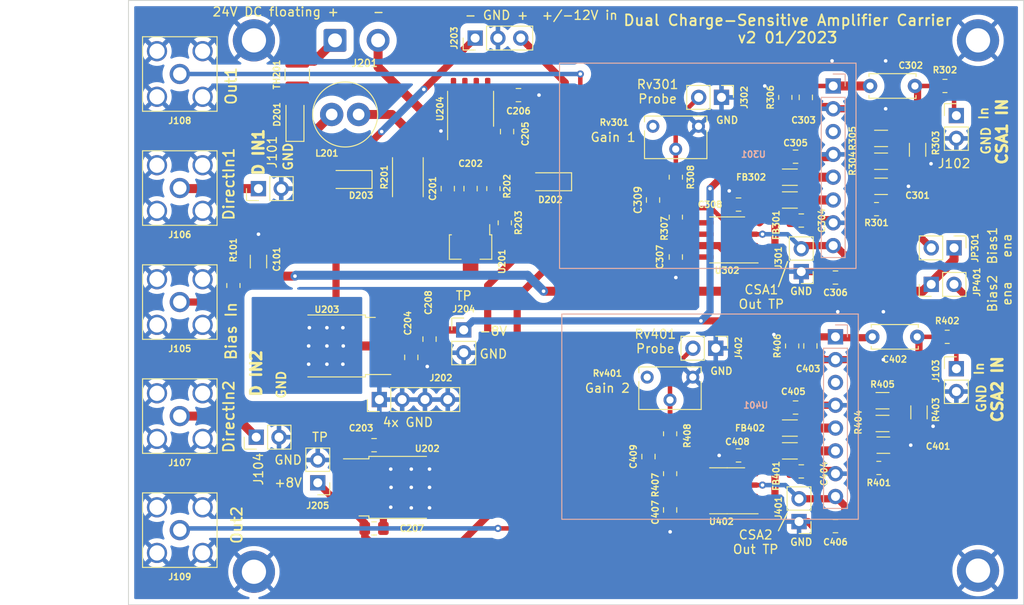
<source format=kicad_pcb>
(kicad_pcb (version 20221018) (generator pcbnew)
  (layers (0 "F.Cu" signal) (31 "B.Cu" signal) (34 "B.Paste" user) (35 "F.Paste" user) (36 "B.SilkS" user "B.Silkscreen") (37 "F.SilkS" user "F.Silkscreen") (38 "B.Mask" user) (39 "F.Mask" user) (44 "Edge.Cuts" user))
  (net 0 "")
  (net 1 "GND")
  (net 2 "-8V")
  (net 3 "+8V")
  (net 4 "Net-(U201-VI)")
  (net 5 "Net-(D202-A)")
  (net 6 "Net-(D202-K)")
  (net 7 "Net-(D203-A)")
  (net 8 "Net-(U204-NOISE_REDUCTION)")
  (net 9 "Net-(J201-Pad1)")
  (net 10 "Net-(U301-Input)")
  (net 11 "Net-(L201-Pad2)")
  (net 12 "Net-(U301-+Vs)")
  (net 13 "Net-(U301--Vs)")
  (net 14 "Net-(J301-Pin_2)")
  (net 15 "Net-(U302--)")
  (net 16 "Net-(U401-Input)")
  (net 17 "/CSA+Amp/CSA_IN")
  (net 18 "/CSA+Amp1/CSA_IN")
  (net 19 "Net-(C301-Pad2)")
  (net 20 "Net-(U401-+Vs)")
  (net 21 "Net-(C302-Pad1)")
  (net 22 "Net-(U401--Vs)")
  (net 24 "Net-(J401-Pin_2)")
  (net 25 "Net-(U402--)")
  (net 26 "Net-(D201-K)")
  (net 27 "Net-(D201-A)")
  (net 28 "Net-(J101-Pin_1)")
  (net 29 "Net-(C401-Pad2)")
  (net 30 "Net-(C402-Pad1)")
  (net 31 "Net-(J104-Pin_1)")
  (net 32 "Net-(J105-In)")
  (net 33 "Net-(J302-Pin_2)")
  (net 34 "/CSA+Amp/BIAS_IN")
  (net 35 "/CSA+Amp/Out")
  (net 36 "/CSA+Amp1/Out")
  (net 37 "Net-(R304-Pad2)")
  (net 38 "Net-(R404-Pad2)")
  (net 39 "Net-(J402-Pin_2)")
  (net 40 "Net-(JP301-B)")
  (net 41 "Net-(JP401-B)")
  (net 42 "Net-(U201-ADJ)")
  (net 56 "Net-(D203-K)")
  (footprint "Inductor_SMD:L_1206_3216Metric_Pad1.22x1.90mm_HandSolder" (layer "F.Cu") (at 190.5 114.3 180)
    (fp_text reference "FB301")
    (fp_text value "FerriteBead_Small")
  )
  (footprint "Connector_PinHeader_2.54mm:PinHeader_1x02_P2.54mm_Vertical" (layer "F.Cu") (at 208.788 119.634 -90)
    (fp_text reference "JP301")
    (fp_text value "Jumper_2_Open")
  )
  (footprint "Resistor_SMD:R_0805_2012Metric_Pad1.20x1.40mm_HandSolder" (layer "F.Cu") (at 157.48 113.03 90)
    (fp_text reference "R202")
    (fp_text value "7.15k")
  )
  (footprint "Capacitor_SMD:C_0805_2012Metric_Pad1.18x1.45mm_HandSolder" (layer "F.Cu") (at 160.274 102.616)
    (fp_text reference "C206")
    (fp_text value "100nF")
  )
  (footprint "MountingHole:MountingHole_2.7mm_M2.5_DIN965_Pad_TopBottom" (layer "F.Cu") (at 211.455 96.52)
    (fp_text reference "H102" hide)
    (fp_text value "MountingHole_Pad" hide)
  )
  (footprint "Package_SO:SOIC-8_3.9x4.9mm_P1.27mm" (layer "F.Cu") (at 183.515 118.745 180)
    (fp_text reference "U302")
    (fp_text value "TL071")
  )
  (footprint "Capacitor_SMD:C_0805_2012Metric_Pad1.18x1.45mm_HandSolder" (layer "F.Cu") (at 175.26 114.3 90)
    (fp_text reference "C309")
    (fp_text value "Open")
  )
  (footprint "Resistor_SMD:R_0805_2012Metric_Pad1.20x1.40mm_HandSolder" (layer "F.Cu") (at 177.8 116.205 -90)
    (fp_text reference "R307")
    (fp_text value "20k")
  )
  (footprint "Capacitor_SMD:C_0805_2012Metric_Pad1.18x1.45mm_HandSolder" (layer "F.Cu") (at 195.58 122.936 180)
    (fp_text reference "C306")
    (fp_text value "open")
  )
  (footprint "Diode_SMD:D_SOD-123" (layer "F.Cu") (at 141.605 112.014 180)
    (fp_text reference "D203")
    (fp_text value "D")
  )
  (footprint "MountingHole:MountingHole_2.7mm_M2.5_DIN965_Pad_TopBottom" (layer "F.Cu") (at 211.455 155.575)
    (fp_text reference "H103" hide)
    (fp_text value "MountingHole_Pad" hide)
  )
  (footprint "Package_TO_SOT_SMD:SOT-89-3_Handsoldering" (layer "F.Cu") (at 154.94 119.5375 -90)
    (fp_text reference "U201")
    (fp_text value "LM317L")
  )
  (footprint "Capacitor_SMD:C_0805_2012Metric_Pad1.18x1.45mm_HandSolder" (layer "F.Cu") (at 174.752 142.875 90)
    (fp_text reference "C409")
    (fp_text value "Open")
  )
  (footprint "Capacitor_SMD:C_0805_2012Metric_Pad1.18x1.45mm_HandSolder" (layer "F.Cu") (at 159.004 106.68 90)
    (fp_text reference "C205")
    (fp_text value "100nF")
  )
  (footprint "MountingHole:MountingHole_2.7mm_M2.5_DIN965_Pad_TopBottom" (layer "F.Cu") (at 130.81 96.52)
    (fp_text reference "H101" hide)
    (fp_text value "MountingHole_Pad" hide)
  )
  (footprint "Capacitor_SMD:C_0805_2012Metric_Pad1.18x1.45mm_HandSolder" (layer "F.Cu") (at 191.77 116.586)
    (fp_text reference "C304")
    (fp_text value "10uF")
  )
  (footprint "Capacitor_SMD:C_0805_2012Metric_Pad1.18x1.45mm_HandSolder" (layer "F.Cu") (at 152.4 113.03 90)
    (fp_text reference "C201")
    (fp_text value "1uF")
  )
  (footprint "Connector_PinHeader_2.54mm:PinHeader_1x03_P2.54mm_Vertical" (layer "F.Cu") (at 155.448 96.266 90)
    (fp_text reference "J203")
    (fp_text value "DC Power")
  )
  (footprint "Resistor_SMD:R_1206_3216Metric_Pad1.30x1.75mm_HandSolder" (layer "F.Cu") (at 200.66 107.442)
    (fp_text reference "R305")
    (fp_text value "100M")
  )
  (footprint "Resistor_SMD:R_0805_2012Metric_Pad1.20x1.40mm_HandSolder" (layer "F.Cu") (at 158.75 116.84 90)
    (fp_text reference "R203")
    (fp_text value "430")
  )
  (footprint "Capacitor_SMD:C_0805_2012Metric_Pad1.18x1.45mm_HandSolder" (layer "F.Cu") (at 191.135 137.414)
    (fp_text reference "C405")
    (fp_text value "10uF")
  )
  (footprint "Resistor_SMD:R_0805_2012Metric_Pad1.20x1.40mm_HandSolder" (layer "F.Cu") (at 190.754 130.556 90)
    (fp_text reference "R406")
    (fp_text value "open")
  )
  (footprint "Connector_PinHeader_2.54mm:PinHeader_1x02_P2.54mm_Vertical" (layer "F.Cu") (at 137.922 145.796 180)
    (fp_text reference "J205")
    (fp_text value "+8V")
  )
  (footprint "Capacitor_SMD:C_0805_2012Metric_Pad1.18x1.45mm_HandSolder" (layer "F.Cu") (at 148.336 131.826 -90)
    (fp_text reference "C204")
    (fp_text value "0.33uF")
  )
  (footprint "Connector_Wire:SolderWire-0.75sqmm_1x02_P4.8mm_D1.25mm_OD2.3mm" (layer "F.Cu") (at 139.84 96.52)
    (fp_text reference "J201")
    (fp_text value "Barrel_Jack")
  )
  (footprint "Connector_PinHeader_2.54mm:PinHeader_1x02_P2.54mm_Vertical" (layer "F.Cu") (at 191.521 150.114 180)
    (fp_text reference "J401")
    (fp_text value "CA probe")
  )
  (footprint "Capacitor_SMD:C_0805_2012Metric_Pad1.18x1.45mm_HandSolder" (layer "F.Cu") (at 195.58 150.622 180)
    (fp_text reference "C406")
    (fp_text value "open")
  )
  (footprint "Package_TO_SOT_SMD:TO-252-3_TabPin2" (layer "F.Cu") (at 139.92 130.556 180)
    (fp_text reference "U203")
    (fp_text value "UA79M08")
  )
  (footprint "Connector_PinHeader_2.54mm:PinHeader_1x02_P2.54mm_Vertical" (layer "F.Cu") (at 154.178 128.773)
    (fp_text reference "J204")
    (fp_text value "-8V")
  )
  (footprint "Connector_PinHeader_2.54mm:PinHeader_1x02_P2.54mm_Vertical" (layer "F.Cu") (at 209.042 133.091)
    (fp_text reference "J103")
    (fp_text value "CSA1 In")
  )
  (footprint "Connector_PinHeader_2.54mm:PinHeader_1x02_P2.54mm_Vertical" (layer "F.Cu") (at 191.77 122.274 180)
    (fp_text reference "J301")
    (fp_text value "CA probe")
  )
  (footprint "Inductor_SMD:L_1206_3216Metric_Pad1.22x1.90mm_HandSolder" (layer "F.Cu") (at 190.5 111.76 180)
    (fp_text reference "FB302")
    (fp_text value "FerriteBead_Small")
  )
  (footprint "Capacitor_SMD:C_0805_2012Metric_Pad1.18x1.45mm_HandSolder" (layer "F.Cu") (at 184.785 142.748 180)
    (fp_text reference "C408")
    (fp_text value "100nF")
  )
  (footprint "Connector_PinHeader_2.54mm:PinHeader_1x02_P2.54mm_Vertical" (layer "F.Cu") (at 209.042 104.897)
    (fp_text reference "J102")
    (fp_text value "CSA2 In")
  )
  (footprint "Connector_PinHeader_2.54mm:PinHeader_1x02_P2.54mm_Vertical" (layer "F.Cu") (at 206.243 123.698 90)
    (fp_text reference "JP401")
    (fp_text value "Jumper_2_Open")
  )
  (footprint "Package_TO_SOT_SMD:TO-252-3_TabPin2" (layer "F.Cu") (at 146.925 146.305)
    (fp_text reference "U202")
    (fp_text value "UA78M08")
  )
  (footprint "Capacitor_SMD:C_0805_2012Metric_Pad1.18x1.45mm_HandSolder" (layer "F.Cu") (at 144.1925 150.876)
    (fp_text reference "C207")
    (fp_text value "100nF")
  )
  (footprint "Resistor_SMD:R_0805_2012Metric_Pad1.20x1.40mm_HandSolder" (layer "F.Cu") (at 128.524 123.825 -90)
    (fp_text reference "R101")
    (fp_text value "1M")
  )
  (footprint "MountingHole:MountingHole_2.7mm_M2.5_DIN965_Pad_TopBottom" (layer "F.Cu") (at 130.81 155.702)
    (fp_text reference "H104" hide)
    (fp_text value "MountingHole_Pad" hide)
  )
  (footprint "Resistor_SMD:R_0805_2012Metric_Pad1.20x1.40mm_HandSolder" (layer "F.Cu") (at 200.152 115.316)
    (fp_text reference "R301")
    (fp_text value "10M")
  )
  (footprint "Inductor_SMD:L_1206_3216Metric_Pad1.22x1.90mm_HandSolder" (layer "F.Cu") (at 190.5 142.24 180)
    (fp_text reference "FB401")
    (fp_text value "FerriteBead_Small")
  )
  (footprint "Resistor_SMD:R_1206_3216Metric_Pad1.30x1.75mm_HandSolder" (layer "F.Cu") (at 200.8165 136.652)
    (fp_text reference "R405")
    (fp_text value "100M")
  )
  (footprint "Resistor_SMD:R_0805_2012Metric_Pad1.20x1.40mm_HandSolder" (layer "F.Cu") (at 177.8 111.76 -90)
    (fp_text reference "R308")
    (fp_text value "750")
  )
  (footprint "Capacitor_SMD:C_0805_2012Metric_Pad1.18x1.45mm_HandSolder" (layer "F.Cu") (at 150.368 129.794 -90)
    (fp_text reference "C208")
    (fp_text value "100nF")
  )
  (footprint "Connector_Coaxial:SMA_Amphenol_132203-12_Horizontal" (layer "F.Cu") (at 122.555 138.3665 90)
    (fp_text reference "J107")
    (fp_text value "Direct in")
  )
  (footprint "Resistor_SMD:R_1206_3216Metric_Pad1.30x1.75mm_HandSolder" (layer "F.Cu") (at 200.66 109.982)
    (fp_text reference "R304")
    (fp_text value "100M")
  )
  (footprint "Capacitor_SMD:C_0805_2012Metric_Pad1.18x1.45mm_HandSolder" (layer "F.Cu") (at 184.785 114.808 180)
    (fp_text reference "C308")
    (fp_text value "100nF")
  )
  (footprint "Connector_PinHeader_2.54mm:PinHeader_1x02_P2.54mm_Vertical" (layer "F.Cu") (at 131.313 113.03 90)
    (fp_text reference "J101")
    (fp_text value "Direct2 In")
  )
  (footprint "Connector_PinHeader_2.54mm:PinHeader_1x02_P2.54mm_Vertical" (layer "F.Cu") (at 131.064 140.716 90)
    (fp_text reference "J104")
    (fp_text value "Direct1 In")
  )
  (footprint "Connector_PinHeader_2.54mm:PinHeader_1x02_P2.54mm_Vertical" (layer "F.Cu") (at 182.885 102.87 -90)
    (fp_text reference "J302")
    (fp_text value "RV Prob")
  )
  (footprint "Resistor_SMD:R_1206_3216Metric_Pad1.30x1.75mm_HandSolder" (layer "F.Cu") (at 204.724 108.712 90)
    (fp_text reference "R303")
    (fp_text value "open")
  )
  (footprint "Resistor_SMD:R_0805_2012Metric_Pad1.20x1.40mm_HandSolder" (layer "F.Cu") (at 177.165 144.78 -90)
    (fp_text reference "R407")
    (fp_text value "20k")
  )
  (footprint "Connector_PinHeader_2.54mm:PinHeader_1x02_P2.54mm_Vertical" (layer "F.Cu") (at 182.245 130.81 -90)
    (fp_text reference "J402")
    (fp_text value "RV Prob")
  )
  (footprint "Resistor_SMD:R_0805_2012Metric_Pad1.20x1.40mm_HandSolder" (layer "F.Cu") (at 177.165 140.335 -90)
    (fp_text reference "R408")
    (fp_text value "750")
  )
  (footprint "Inductor_THT:L_Radial_D7.0mm_P3.00mm" (layer "F.Cu") (at 139.47 104.775)
    (fp_text reference "L201")
    (fp_text value "L_Small")
  )
  (footprint "Capacitor_SMD:C_0805_2012Metric_Pad1.18x1.45mm_HandSolder" (layer "F.Cu") (at 191.77 144.526)
    (fp_text reference "C404")
    (fp_text value "10uF")
  )
  (footprint "Package_SO:SOIC-8_3.9x4.9mm_P1.27mm" (layer "F.Cu") (at 154.94 104.14 90)
    (fp_text reference "U204")
    (fp_text value "TLE2426xP")
  )
  (footprint "Inductor_SMD:L_1206_3216Metric_Pad1.22x1.90mm_HandSolder" (layer "F.Cu") (at 190.5 139.7 180)
    (fp_text reference "FB402")
    (fp_text value "FerriteBead_Small")
  )
  (footprint "Diode_SMD:D_SOD-123" (layer "F.Cu") (at 163.83 112.268 180)
    (fp_text reference "D202")
    (fp_text value "D")
  )
  (footprint "Resistor_SMD:R_1206_3216Metric_Pad1.30x1.75mm_HandSolder" (layer "F.Cu") (at 200.8165 139.192)
    (fp_text reference "R404")
    (fp_text value "100M")
  )
  (footprint "Potentiometer_THT:Potentiometer_Bourns_3266W_Vertical" (layer "F.Cu") (at 179.69 134.03)
    (fp_text reference "Rv401")
    (fp_text value "10k")
  )
  (footprint "Resistor_SMD:R_0805_2012Metric_Pad1.20x1.40mm_HandSolder" (layer "F.Cu") (at 200.406 144.145)
    (fp_text reference "R401")
    (fp_text value "10M")
  )
  (footprint "Capacitor_SMD:C_0805_2012Metric_Pad1.18x1.45mm_HandSolder" (layer "F.Cu") (at 177.165 148.8225 -90)
    (fp_text reference "C407")
    (fp_text value "100nF")
  )
  (footprint "Capacitor_THT:C_Disc_D5.0mm_W2.5mm_P5.00mm" (layer "F.Cu") (at 204.684 129.54 180)
    (fp_text reference "C402")
    (fp_text value "10n")
  )
  (footprint "Capacitor_SMD:C_1206_3216Metric_Pad1.33x1.80mm_HandSolder" (layer "F.Cu") (at 200.914 141.605 180)
    (fp_text reference "C401")
    (fp_text value "10n")
  )
  (footprint "Capacitor_SMD:C_0805_2012Metric_Pad1.18x1.45mm_HandSolder" (layer "F.Cu") (at 177.8 120.65 -90)
    (fp_text reference "C307")
    (fp_text value "100nF")
  )
  (footprint "Resistor_SMD:R_1206_3216Metric_Pad1.30x1.75mm_HandSolder" (layer "F.Cu") (at 204.8805 137.948 90)
    (fp_text reference "R403")
    (fp_text value "open")
  )
  (footprint "Capacitor_SMD:C_0805_2012Metric_Pad1.18x1.45mm_HandSolder" (layer "F.Cu") (at 144.1925 141.605)
    (fp_text reference "C203")
    (fp_text value "0.33uF")
  )
  (footprint "Connector_PinHeader_2.54mm:PinHeader_1x04_P2.54mm_Vertical" (layer "F.Cu") (at 144.78 136.525 90)
    (fp_text reference "J202")
    (fp_text value "GND")
  )
  (footprint "Resistor_SMD:R_0805_2012Metric_Pad1.20x1.40mm_HandSolder" (layer "F.Cu") (at 189.992 102.87 90)
    (fp_text reference "R306")
    (fp_text value "open")
  )
  (footprint "Capacitor_SMD:C_0805_2012Metric_Pad1.18x1.45mm_HandSolder" (layer "F.Cu") (at 192.278 102.87 90)
    (fp_text reference "C303")
    (fp_text value "open")
  )
  (footprint "Diode_SMD:D_SOD-123" (layer "F.Cu") (at 135.382 105.41 90)
    (fp_text reference "D201")
    (fp_text value "D")
  )
  (footprint "Resistor_SMD:R_2512_6332Metric_Pad1.40x3.35mm_HandSolder" (layer "F.Cu") (at 147.955 111.76 90)
    (fp_text reference "R201")
    (fp_text value "4.7")
  )
  (footprint "Capacitor_SMD:C_0805_2012Metric_Pad1.18x1.45mm_HandSolder" (layer "F.Cu") (at 192.786 130.556 90)
    (fp_text reference "C403")
    (fp_text value "open")
  )
  (footprint "Resistor_SMD:R_0805_2012Metric_Pad1.20x1.40mm_HandSolder" (layer "F.Cu") (at 208.026 129.54)
    (fp_text reference "R402")
    (fp_text value "0R")
  )
  (footprint "Fuse:Fuse_1210_3225Metric_Pad1.42x2.65mm_HandSolder" (layer "F.Cu") (at 135.636 100.33 90)
    (fp_text reference "TH201")
    (fp_text value "PTC 200mA")
  )
  (footprint "Connector_Coaxial:SMA_Amphenol_132203-12_Horizontal" (layer "F.Cu") (at 122.555 112.9665 90)
    (fp_text reference "J106")
    (fp_text value "Direct in")
  )
  (footprint "Package_SO:SOIC-8_3.9x4.9mm_P1.27mm" (layer "F.Cu") (at 183.515 146.685 180)
    (fp_text reference "U402")
    (fp_text value "TL071")
  )
  (footprint "Connector_Coaxial:SMA_Amphenol_132203-12_Horizontal" (layer "F.Cu") (at 122.555 100.2665 90)
    (fp_text reference "J108")
    (fp_text value "Output")
  )
  (footprint "Connector_Coaxial:SMA_Amphenol_132203-12_Horizontal" (layer "F.Cu") (at 122.555 151.0665 90)
    (fp_text reference "J109")
    (fp_text value "Output")
  )
  (footprint "Resistor_SMD:R_0805_2012Metric_Pad1.20x1.40mm_HandSolder" (layer "F.Cu") (at 207.772 101.6)
    (fp_text reference "R302")
    (fp_text value "0R")
  )
  (footprint "Capacitor_SMD:C_1206_3216Metric_Pad1.33x1.80mm_HandSolder" (layer "F.Cu") (at 131.318 121.158 -90)
    (fp_text reference "C101")
    (fp_text value "10n")
  )
  (footprint "Capacitor_SMD:C_1206_3216Metric_Pad1.33x1.80mm_HandSolder" (layer "F.Cu") (at 200.66 112.776 180)
    (fp_text reference "C301")
    (fp_text value "10n")
  )
  (footprint "Potentiometer_THT:Potentiometer_Bourns_3266W_Vertical" (layer "F.Cu") (at 180.325 106.09)
    (fp_text reference "Rv301")
    (fp_text value "10k")
  )
  (footprint "Capacitor_SMD:C_0805_2012Metric_Pad1.18x1.45mm_HandSolder" (layer "F.Cu") (at 154.94 113.03 90)
    (fp_text reference "C202")
    (fp_text value "1uF")
  )
  (footprint "Capacitor_THT:C_Disc_D5.0mm_W2.5mm_P5.00mm" (layer "F.Cu") (at 204.43 101.6 180)
    (fp_text reference "C302")
    (fp_text value "10n")
  )
  (footprint "Connector_Coaxial:SMA_Amphenol_132203-12_Horizontal" (layer "F.Cu") (at 122.555 125.6665 90)
    (fp_text reference "J105")
    (fp_text value "Bias In")
  )
  (footprint "Capacitor_SMD:C_0805_2012Metric_Pad1.18x1.45mm_HandSolder" (layer "F.Cu") (at 191.135 109.474)
    (fp_text reference "C305")
    (fp_text value "10uF")
  )
  (footprint "CrematModules:CR11x" (layer "B.Cu") (at 195.326 110.49 180)
    (fp_text reference "U301")
    (fp_text value "CR110")
  )
  (footprint "CrematModules:CR11x" (layer "B.Cu") (at 195.58 138.43 180)
    (fp_text reference "U401")
    (fp_text value "CR110")
  )
  (gr_line (start 190.246 121.158) (end 189.23 123.952) (stroke (width 0.15)) (layer "F.SilkS"))
  (gr_line (start 189.23 151.13) (end 190.191 149.225) (stroke (width 0.15)) (layer "F.SilkS"))
  (gr_rect (start 116.84 92.075) (end 216.535 159.385) (stroke (width 0.1)) (fill none) (layer "Edge.Cuts"))
  (gr_text "Rv401\nProbe" (at 175.514 130.048) (layer "F.SilkS") (effects (font (size 1 1))))
  (gr_text "DirectIn2" (at 128.016 138.43 90) (layer "F.SilkS") (effects (font (size 1.2 1.2) (thickness 0.2))))
  (gr_text "GND" (at 134.62 109.474 90) (layer "F.SilkS") (effects (font (size 1 1) (thickness 0.2))))
  (gr_text "CSA2 IN" (at 213.614 135.382 90) (layer "F.SilkS") (effects (font (size 1.2 1.2) (thickness 0.3))))
  (gr_text "Bias In" (at 128.27 128.905 90) (layer "F.SilkS") (effects (font (size 1.2 1.2) (thickness 0.2))))
  (gr_text "Rv301\nProbe" (at 175.768 102.235) (layer "F.SilkS") (effects (font (size 1 1))))
  (gr_text "DirectIn1" (at 128.016 112.522 90) (layer "F.SilkS") (effects (font (size 1.2 1.2) (thickness 0.2))))
  (gr_text "GND" (at 133.858 134.874 90) (layer "F.SilkS") (effects (font (size 1 1) (thickness 0.2))))
  (gr_text "GND" (at 134.62 143.256) (layer "F.SilkS") (effects (font (size 1 1))))
  (gr_text "D IN2" (at 131.064 133.604 90) (layer "F.SilkS") (effects (font (size 1.2 1.2) (thickness 0.3))))
  (gr_text "Dual Charge-Sensitive Amplifier Carrier\nv2 01/2023" (at 190.246 95.25) (layer "F.SilkS") (effects (font (size 1.2 1.2) (thickness 0.2))))
  (gr_text "In" (at 212.09 104.648 90) (layer "F.SilkS") (effects (font (size 1 1) (thickness 0.2))))
  (gr_text "4x GND" (at 147.955 139.065) (layer "F.SilkS") (effects (font (size 1 1))))
  (gr_text "GND" (at 182.88 133.35) (layer "F.SilkS") (effects (font (size 0.8 0.8))))
  (gr_text "CSA1\nOut TP" (at 187.325 125.095) (layer "F.SilkS") (effects (font (size 1 1))))
  (gr_text "Out1" (at 128.27 101.6 90) (layer "F.SilkS") (effects (font (size 1.2 1.2) (thickness 0.2))))
  (gr_text "24V DC floating +     - " (at 136.144 93.345) (layer "F.SilkS") (effects (font (size 1 1))))
  (gr_text "-8V\n" (at 157.48 128.905) (layer "F.SilkS") (effects (font (size 1 1))))
  (gr_text "CSA1 IN" (at 214.122 106.68 90) (layer "F.SilkS") (effects (font (size 1.2 1.2) (thickness 0.3))))
  (gr_text "GND" (at 191.77 124.46) (layer "F.SilkS") (effects (font (size 0.8 0.8))))
  (gr_text "D IN1" (at 131.318 108.966 90) (layer "F.SilkS") (effects (font (size 1.2 1.2) (thickness 0.3))))
  (gr_text "In" (at 211.582 133.096 90) (layer "F.SilkS") (effects (font (size 1 1) (thickness 0.2))))
  (gr_text "Gain 2" (at 170.18 135.255) (layer "F.SilkS") (effects (font (size 1 1))))
  (gr_text "GND" (at 157.48 131.445) (layer "F.SilkS") (effects (font (size 1 1))))
  (gr_text "GND" (at 191.77 152.4) (layer "F.SilkS") (effects (font (size 0.8 0.8))))
  (gr_text "GND" (at 211.836 136.398 90) (layer "F.SilkS") (effects (font (size 1 1) (thickness 0.2))))
  (gr_text "Gain 1" (at 170.815 107.315) (layer "F.SilkS") (effects (font (size 1 1))))
  (gr_text "+8V\n" (at 134.62 145.796) (layer "F.SilkS") (effects (font (size 1 1))))
  (gr_text "TP" (at 154.178 124.968) (layer "F.SilkS") (effects (font (size 1 1))))
  (gr_text "CSA2\nOut TP" (at 186.69 152.4) (layer "F.SilkS") (effects (font (size 1 1))))
  (gr_text "- GND +  +/-12V in" (at 162.814 93.726) (layer "F.SilkS") (effects (font (size 1 1))))
  (gr_text "Out2" (at 128.905 150.495 90) (layer "F.SilkS") (effects (font (size 1.2 1.2) (thickness 0.2))))
  (gr_text "TP" (at 138.176 140.716) (layer "F.SilkS") (effects (font (size 1 1))))
  (gr_text "GND" (at 212.344 107.696 90) (layer "F.SilkS") (effects (font (size 1 1) (thickness 0.2))))
  (gr_text "GND" (at 183.515 105.41) (layer "F.SilkS") (effects (font (size 0.8 0.8))))
  (gr_text "Bias1\nena" (at 213.868 119.38 90) (layer "F.SilkS") (effects (font (size 1 1))))
  (gr_text "Bias2\nena" (at 213.868 124.714 90) (layer "F.SilkS") (effects (font (size 1 1))))
  (segment (start 183.7475 114.0465) (end 183.7475 114.808) (width 0.8) (layer "F.Cu") (net 1))
  (segment (start 188.722 127.762) (end 188.722 129.286) (width 0.8) (layer "F.Cu") (net 1))
  (segment (start 150.0925 132.8635) (end 150.114 132.842) (width 0.8) (layer "F.Cu") (net 1))
  (segment (start 188.722 98.806) (end 187.706 99.822) (width 0.8) (layer "F.Cu") (net 1))
  (segment (start 204.8805 139.498) (end 206.45 139.498) (width 0.8) (layer "F.Cu") (net 1))
  (segment (start 150.622 130.8315) (end 150.622 132.334) (width 0.8) (layer "F.Cu") (net 1))
  (segment (start 195.072 109.474) (end 195.326 109.22) (width 1) (layer "F.Cu") (net 1))
  (segment (start 204.978 110.262) (end 206.222 110.262) (width 0.8) (layer "F.Cu") (net 1))
  (segment (start 191.77 122.274) (end 193.8805 122.274) (width 0.8) (layer "F.Cu") (net 1))
  (segment (start 141.885 146.305) (end 144.018 146.305) (width 1) (layer "F.Cu") (net 1))
  (segment (start 177.8 122.936) (end 177.8 121.688) (width 0.8) (layer "F.Cu") (net 1))
  (segment (start 183.748 114.808) (end 183.748 114.046) (width 0.8) (layer "F.Cu") (net 1))
  (segment (start 200.914 126.746) (end 195.834 126.746) (width 0.8) (layer "F.Cu") (net 1))
  (segment (start 194.164 122.5575) (end 194.5425 122.936) (width 0.8) (layer "F.Cu") (net 1))
  (segment (start 193.802 131.572) (end 194.310001 132.080001) (width 0.8) (layer "F.Cu") (net 1))
  (segment (start 187.706 101.6) (end 187.706 103.124) (width 0.8) (layer "F.Cu") (net 1))
  (segment (start 192.1725 137.4135) (end 192.426 137.16) (width 0.8) (layer "F.Cu") (net 1))
  (segment (start 195.834 126.746) (end 189.738 126.746) (width 0.8) (layer "F.Cu") (net 1))
  (segment (start 187.706 99.822) (end 187.706 101.6) (width 0.8) (layer "F.Cu") (net 1))
  (segment (start 145.23 141.605) (end 145.288 141.663) (width 0.8) (layer "F.Cu") (net 1))
  (segment (start 200.914 132.08) (end 201.422 132.08) (width 0.8) (layer "F.Cu") (net 1))
  (segment (start 201.168 104.14) (end 202.184 103.124) (width 0.8) (layer "F.Cu") (net 1))
  (segment (start 201.422 98.806) (end 201.168 98.806) (width 0.8) (layer "F.Cu") (net 1))
  (segment (start 195.326 104.14) (end 201.168 104.14) (width 0.8) (layer "F.Cu") (net 1))
  (segment (start 145.288 141.663) (end 145.288 143.51) (width 0.8) (layer "F.Cu") (net 1))
  (segment (start 192.8075 131.572) (end 193.802 131.572) (width 0.8) (layer "F.Cu") (net 1))
  (segment (start 193.04 150.622) (end 194.542 150.622) (width 0.8) (layer "F.Cu") (net 1))
  (segment (start 183.748 114.046) (end 183.7475 114.0465) (width 0.8) (layer "F.Cu") (net 1))
  (segment (start 192.256 103.886) (end 189.992 103.886) (width 0.5) (layer "F.Cu") (net 1))
  (segment (start 192.1725 109.474) (end 195.072 109.474) (width 1) (layer "F.Cu") (net 1))
  (segment (start 201.422 126.746) (end 200.914 126.746) (width 0.8) (layer "F.Cu") (net 1))
  (segment (start 188.722 130.556) (end 189.722 131.556) (width 0.8) (layer "F.Cu") (net 1))
  (segment (start 188.468 103.886) (end 189.722 103.886) (width 0.8) (layer "F.Cu") (net 1))
  (segment (start 202.184 99.568) (end 201.422 98.806) (width 0.8) (layer "F.Cu") (net 1))
  (segment (start 148.336 132.8635) (end 145.6225 132.8635) (width 0.8) (layer "F.Cu") (net 1))
  (segment (start 202.4765 141.605) (end 203.962 141.605) (width 0.8) (layer "F.Cu") (net 1))
  (segment (start 183.7475 142.748) (end 182.626 142.748) (width 0.8) (layer "F.Cu") (net 1))
  (segment (start 193.8805 122.274) (end 194.164 122.5575) (width 0.8) (layer "F.Cu") (net 1))
  (segment (start 193.062 144.526) (end 192.8075 144.526) (width 0.8) (layer "F.Cu") (net 1))
  (segment (start 187.706 103.124) (end 188.468 103.886) (width 0.8) (layer "F.Cu") (net 1))
  (segment (start 148.336 132.8635) (end 150.0925 132.8635) (width 0.8) (layer "F.Cu") (net 1))
  (segment (start 145.23 149.26) (end 145.975 148.515) (width 0.8) (layer "F.Cu") (net 1))
  (segment (start 193.062 144.526) (end 195.326 144.526) (width 1) (layer "F.Cu") (net 1))
  (segment (start 202.2225 112.776) (end 203.708 112.776) (width 0.8) (layer "F.Cu") (net 1))
  (segment (start 190.792 131.594) (end 192.024 131.594) (width 0.8) (layer "F.Cu") (net 1))
  (segment (start 189.738 126.746) (end 188.722 127.762) (width 0.8) (layer "F.Cu") (net 1))
  (segment (start 145.288 143.51) (end 146.05 144.272) (width 0.8) (layer "F.Cu") (net 1))
  (segment (start 192.808 116.586) (end 195.072 116.586) (width 1) (layer "F.Cu") (net 1))
  (segment (start 201.168 98.806) (end 195.199 98.806) (width 0.8) (layer "F.Cu") (net 1))
  (segment (start 195.199 98.806) (end 188.722 98.806) (width 0.8) (layer "F.Cu") (net 1))
  (segment (start 202.184 103.124) (end 202.184 99.568) (width 0.8) (layer "F.Cu") (net 1))
  (segment (start 195.326 144.526) (end 195.58 144.78) (width 1) (layer "F.Cu") (net 1))
  (segment (start 192.532 150.114) (end 193.04 150.622) (width 0.8) (layer "F.Cu") (net 1))
  (segment (start 144.018 146.305) (end 146.049 146.305) (width 1) (layer "F.Cu") (net 1))
  (segment (start 195.072 116.586) (end 195.326 116.84) (width 1) (layer "F.Cu") (net 1))
  (segment (start 194.164 122.5575) (end 194.542 122.936) (width 0.8) (layer "F.Cu") (net 1))
  (segment (start 195.58 132.08) (end 200.914 132.08) (width 0.8) (layer "F.Cu") (net 1))
  (segment (start 183.748 114.046) (end 183.748 113.284) (width 0.8) (layer "F.Cu") (net 1))
  (segment (start 188.722 129.286) (end 188.722 130.556) (width 0.8) (layer "F.Cu") (net 1))
  (segment (start 201.422 132.08) (end 202.184 131.318) (width 0.8) (layer "F.Cu") (net 1))
  (segment (start 189.722 131.556) (end 190.754 131.556) (width 0.8) (layer "F.Cu") (net 1))
  (segment (start 145.23 151.125) (end 145.23 149.26) (width 0.8) (layer "F.Cu") (net 1))
  (segment (start 150.622 132.334) (end 150.114 132.842) (width 0.8) (layer "F.Cu") (net 1))
  (segment (start 152.654 106.615) (end 151.638 106.615) (width 0.8) (layer "F.Cu") (net 1))
  (segment (start 202.184 127.508) (end 201.422 126.746) (width 0.8) (layer "F.Cu") (net 1))
  (segment (start 131.318 118.11) (end 131.318 119.3415) (width 0.8) (layer "F.Cu") (net 1))
  (segment (start 191.521 150.114) (end 192.532 150.114) (width 0.8) (layer "F.Cu") (net 1))
  (segment (start 195.072 103.886) (end 192.511 103.886) (width 0.8) (layer "F.Cu") (net 1))
  (segment (start 192.426 137.16) (end 195.58 137.16) (width 0.8) (layer "F.Cu") (net 1))
  (segment (start 177.165 149.86) (end 177.165 151.257) (width 0.8) (layer "F.Cu") (net 1))
  (segment (start 202.184 131.318) (end 202.184 127.508) (width 0.8) (layer "F.Cu") (net 1))
  (segment (start 194.310001 132.080001) (end 195.580001 132.080001) (width 0.8) (layer "F.Cu") (net 1))
  (segment (start 161.3115 102.616) (end 162.56 102.616) (width 0.8) (layer "F.Cu") (net 1))
  (via (at 150.368 148.59) (size 0.8) (drill 0.4) (layers "F.Cu" "B.Cu") (net 1))
  (via (at 187.706 101.6) (size 0.8) (drill 0.4) (layers "F.Cu" "B.Cu") (net 1))
  (via (at 148.336 148.59) (size 0.8) (drill 0.4) (layers "F.Cu" "B.Cu") (net 1))
  (via (at 131.318 118.11) (size 0.8) (drill 0.4) (layers "F.Cu" "B.Cu") (net 1))
  (via (at 188.722 129.286) (size 0.8) (drill 0.4) (layers "F.Cu" "B.Cu") (net 1))
  (via (at 200.914 126.746) (size 0.8) (drill 0.4) (layers "F.Cu" "B.Cu") (net 1))
  (via (at 150.114 132.842) (size 0.8) (drill 0.4) (layers "F.Cu" "B.Cu") (net 1))
  (via (at 146.05 148.515) (size 0.8) (drill 0.4) (layers "F.Cu" "B.Cu") (net 1))
  (via (at 148.336 146.305) (size 0.8) (drill 0.4) (layers "F.Cu" "B.Cu") (net 1))
  (via (at 195.834 126.746) (size 0.8) (drill 0.4) (layers "F.Cu" "B.Cu") (net 1))
  (via (at 150.368 146.304) (size 0.8) (drill 0.4) (layers "F.Cu" "B.Cu") (net 1))
  (via (at 148.336 144.272) (size 0.8) (drill 0.4) (layers "F.Cu" "B.Cu") (net 1))
  (via (at 203.962 141.605) (size 0.8) (drill 0.4) (layers "F.Cu" "B.Cu") (net 1))
  (via (at 182.626 142.748) (size 0.8) (drill 0.4) (layers "F.Cu" "B.Cu") (net 1))
  (via (at 151.638 106.615) (size 0.8) (drill 0.4) (layers "F.Cu" "B.Cu") (net 1))
  (via (at 201.168 98.806) (size 0.8) (drill 0.4) (layers "F.Cu" "B.Cu") (net 1))
  (via (at 162.56 102.616) (size 0.8) (drill 0.4) (layers "F.Cu" "B.Cu") (net 1))
  (via (at 206.45 139.498) (size 0.8) (drill 0.4) (layers "F.Cu" "B.Cu") (net 1))
  (via (at 177.165 151.257) (size 0.8) (drill 0.4) (layers "F.Cu" "B.Cu") (net 1))
  (via (at 206.222 110.262) (size 0.8) (drill 0.4) (layers "F.Cu" "B.Cu") (net 1))
  (via (at 203.708 112.776) (size 0.8) (drill 0.4) (layers "F.Cu" "B.Cu") (net 1))
  (via (at 195.199 98.806) (size 0.8) (drill 0.4) (layers "F.Cu" "B.Cu") (net 1))
  (via (at 150.368 144.272) (size 0.8) (drill 0.4) (layers "F.Cu" "B.Cu") (net 1))
  (via (at 183.748 113.284) (size 0.8) (drill 0.4) (layers "F.Cu" "B.Cu") (net 1))
  (via (at 200.914 132.08) (size 0.8) (drill 0.4) (layers "F.Cu" "B.Cu") (net 1))
  (via (at 177.8 122.936) (size 0.8) (drill 0.4) (layers "F.Cu" "B.Cu") (net 1))
  (via (at 146.05 144.272) (size 0.8) (drill 0.4) (layers "F.Cu" "B.Cu") (net 1))
  (via (at 146.085 146.305) (size 0.8) (drill 0.4) (layers "F.Cu" "B.Cu") (net 1))
  (via (at 201.168 104.14) (size 0.8) (drill 0.4) (layers "F.Cu" "B.Cu") (net 1))
  (segment (start 187.325 116.63) (end 187.115 116.84) (width 0.8) (layer "F.Cu") (net 2))
  (segment (start 187.198 114.808) (end 185.95 114.808) (width 0.8) (layer "F.Cu") (net 2))
  (segment (start 186.944 143.826) (end 186.944 143) (width 0.8) (layer "F.Cu") (net 2))
  (segment (start 150.600503 128.778) (end 150.622001 128.756502) (width 1.2) (layer "F.Cu") (net 2))
  (segment (start 146.097 128.778) (end 150.600503 128.778) (width 1.2) (layer "F.Cu") (net 2))
  (segment (start 187.325 114.935) (end 187.325 116.63) (width 0.8) (layer "F.Cu") (net 2))
  (segment (start 154.173 128.778) (end 150.643499 128.778) (width 0.8) (layer "F.Cu") (net 2))
  (segment (start 188.8375 111.76) (end 187.325 111.76) (width 0.8) (layer "F.Cu") (net 2))
  (segment (start 145.595 128.276) (end 146.097 128.778) (width 1.2) (layer "F.Cu") (net 2))
  (segment (start 186.944 140.716) (end 187.96 139.7) (width 0.8) (layer "F.Cu") (net 2))
  (segment (start 186.0745 143) (end 186.944 143) (width 0.8) (layer "F.Cu") (net 2))
  (segment (start 185.8225 142.748) (end 186.0745 143) (width 0.8) (layer "F.Cu") (net 2))
  (segment (start 186.944 143) (end 186.944 140.716) (width 0.8) (layer "F.Cu") (net 2))
  (segment (start 187.325 114.935) (end 187.198 114.808) (width 0.8) (layer "F.Cu") (net 2))
  (segment (start 187.96 139.7) (end 188.8375 139.7) (width 0.8) (layer "F.Cu") (net 2))
  (segment (start 187.96 139.7) (end 187.96 132.842) (width 0.8) (layer "F.Cu") (net 2))
  (segment (start 182.880002 111.76) (end 181.610001 113.030001) (width 0.8) (layer "F.Cu") (net 2))
  (segment (start 182.879999 127.761999) (end 180.594 127.761999) (width 0.8) (layer "F.Cu") (net 2))
  (segment (start 187.96 132.842) (end 182.879999 127.761999) (width 0.8) (layer "F.Cu") (net 2))
  (segment (start 187.325 111.76) (end 182.880002 111.76) (width 0.8) (layer "F.Cu") (net 2))
  (segment (start 185.99 144.78) (end 186.944 143.826) (width 0.8) (layer "F.Cu") (net 2))
  (segment (start 187.325 111.76) (end 187.325 114.935) (width 0.8) (layer "F.Cu") (net 2))
  (via (at 181.610001 113.030001) (size 0.8) (drill 0.4) (layers "F.Cu" "B.Cu") (net 2))
  (via (at 180.594 127.761999) (size 0.8) (drill 0.4) (layers "F.Cu" "B.Cu") (net 2))
  (segment (start 155.189 127.762) (end 180.594 127.761999) (width 0.8) (layer "B.Cu") (net 2))
  (segment (start 181.610001 126.745998) (end 180.594 127.761999) (width 0.8) (layer "B.Cu") (net 2))
  (segment (start 181.610001 113.030001) (end 181.610001 126.745998) (width 0.8) (layer "B.Cu") (net 2))
  (segment (start 154.178 128.773) (end 155.189 127.762) (width 0.8) (layer "B.Cu") (net 2))
  (segment (start 140.711 148.585) (end 137.922 145.796) (width 0.8) (layer "F.Cu") (net 3))
  (segment (start 156.718 149.606) (end 156.718 140.098214) (width 0.8) (layer "F.Cu") (net 3))
  (segment (start 165.879214 119.38) (end 182.626 119.38) (width 0.8) (layer "F.Cu") (net 3))
  (segment (start 188.838 115.03) (end 188.838 114.3) (width 0.8) (layer "F.Cu") (net 3))
  (segment (start 188.838 115.03) (end 188.8375 115.0295) (width 0.8) (layer "F.Cu") (net 3))
  (segment (start 188.838 149.998) (end 188.838 142.97) (width 0.8) (layer "F.Cu") (net 3))
  (segment (start 143.155 150.267) (end 143.155 151.791) (width 0.8) (layer "F.Cu") (net 3))
  (segment (start 170.222 152.908) (end 175.345 147.785) (width 0.8) (layer "F.Cu") (net 3))
  (segment (start 175.345 147.785) (end 177.165 147.785) (width 0.8) (layer "F.Cu") (net 3))
  (segment (start 184.912 121.666) (end 188.722 121.666) (width 0.8) (layer "F.Cu") (net 3))
  (segment (start 182.372 147.32) (end 185.166 150.114) (width 0.8) (layer "F.Cu") (net 3))
  (segment (start 149.606 152.908) (end 153.416 152.908) (width 0.8) (layer "F.Cu") (net 3))
  (segment (start 188.8375 115.0295) (end 188.8375 114.3) (width 0.8) (layer "F.Cu") (net 3))
  (segment (start 188.722 121.666) (end 188.838 121.55) (width 0.8) (layer "F.Cu") (net 3))
  (segment (start 188.838 121.55) (end 188.838 115.03) (width 0.8) (layer "F.Cu") (net 3))
  (segment (start 143.155 151.791) (end 144.272 152.908) (width 0.8) (layer "F.Cu") (net 3))
  (segment (start 188.838 142.97) (end 188.8375 142.9695) (width 0.8) (layer "F.Cu") (net 3))
  (segment (start 185.166 150.114) (end 188.722 150.114) (width 0.8) (layer "F.Cu") (net 3))
  (segment (start 141.885 148.585) (end 141.885 148.997) (width 0.8) (layer "F.Cu") (net 3))
  (segment (start 177.6525 147.6375) (end 177.97 147.32) (width 0.8) (layer "F.Cu") (net 3))
  (segment (start 177.335 147.955) (end 177.6525 147.6375) (width 0.8) (layer "F.Cu") (net 3))
  (segment (start 141.885 148.585) (end 140.711 148.585) (width 0.8) (layer "F.Cu") (net 3))
  (segment (start 188.722 150.114) (end 188.838 149.998) (width 0.8) (layer "F.Cu") (net 3))
  (segment (start 153.416 152.908) (end 156.718 149.606) (width 0.8) (layer "F.Cu") (net 3))
  (segment (start 182.626 119.38) (end 184.912 121.666) (width 0.8) (layer "F.Cu") (net 3))
  (segment (start 156.718 140.098214) (end 160.131001 136.685213) (width 0.8) (layer "F.Cu") (net 3))
  (segment (start 177.97 147.32) (end 182.372 147.32) (width 0.8) (layer "F.Cu") (net 3))
  (segment (start 177.6525 147.6375) (end 177.3125 147.6375) (width 0.8) (layer "F.Cu") (net 3))
  (segment (start 188.838 142.97) (end 188.838 142.24) (width 0.8) (layer "F.Cu") (net 3))
  (segment (start 160.131001 125.128213) (end 165.879214 119.38) (width 0.8) (layer "F.Cu") (net 3))
  (segment (start 160.131001 136.685213) (end 160.131001 125.128213) (width 0.8) (layer "F.Cu") (net 3))
  (segment (start 141.885 148.997) (end 143.155 150.267) (width 0.8) (layer "F.Cu") (net 3))
  (segment (start 188.8375 142.9695) (end 188.8375 142.24) (width 0.8) (layer "F.Cu") (net 3))
  (segment (start 144.272 152.908) (end 170.222 152.908) (width 0.8) (layer "F.Cu") (net 3))
  (segment (start 147.955 114.81) (end 151.6575 114.81) (width 0.8) (layer "F.Cu") (net 4))
  (segment (start 152.4 116.3475) (end 153.44 117.3875) (width 0.8) (layer "F.Cu") (net 4))
  (segment (start 151.6575 114.81) (end 152.4 114.0675) (width 0.8) (layer "F.Cu") (net 4))
  (segment (start 152.4 114.0675) (end 152.4 116.3475) (width 0.8) (layer "F.Cu") (net 4))
  (segment (start 157.452 119.138) (end 158.1473 118.4427) (width 0.8) (layer "F.Cu") (net 5))
  (segment (start 159.004 107.7175) (end 158.2635 108.458) (width 0.8) (layer "F.Cu") (net 5))
  (segment (start 155.39 119.138) (end 157.452 119.138) (width 0.8) (layer "F.Cu") (net 5))
  (segment (start 158.2635 108.458) (end 155.702 108.458) (width 0.8) (layer "F.Cu") (net 5))
  (segment (start 155.575 108.331) (end 155.575 106.615) (width 0.8) (layer "F.Cu") (net 5))
  (segment (start 154.94 114.068) (end 154.94 117.475) (width 0.8) (layer "F.Cu") (net 5))
  (segment (start 155.702 108.458) (end 155.575 108.331) (width 0.8) (layer "F.Cu") (net 5))
  (segment (start 162.18 110.8935) (end 159.004 107.7175) (width 0.8) (layer "F.Cu") (net 5))
  (segment (start 158.752082 117.84) (end 162.18 114.412082) (width 0.8) (layer "F.Cu") (net 5))
  (segment (start 158.1473 118.4427) (end 158.1493 118.4427) (width 0.5) (layer "F.Cu") (net 5))
  (segment (start 162.18 114.412082) (end 162.18 110.8935) (width 0.8) (layer "F.Cu") (net 5))
  (segment (start 158.1473 118.4427) (end 158.75 117.84) (width 0.8) (layer "F.Cu") (net 5))
  (segment (start 158.1493 118.4427) (end 158.752 117.84) (width 0.5) (layer "F.Cu") (net 5))
  (segment (start 156.845 136.525) (end 153.416 139.954) (width 0.8) (layer "F.Cu") (net 6))
  (segment (start 153.416 139.954) (end 144.031 139.954) (width 0.8) (layer "F.Cu") (net 6))
  (segment (start 165.48 101.218) (end 165.48 115.19) (width 0.8) (layer "F.Cu") (net 6))
  (segment (start 143.155 141.605) (end 143.155 142.755) (width 0.8) (layer "F.Cu") (net 6))
  (segment (start 143.155 140.83) (end 143.155 141.605) (width 0.8) (layer "F.Cu") (net 6))
  (segment (start 160.528 96.266) (end 165.48 101.218) (width 0.8) (layer "F.Cu") (net 6))
  (segment (start 156.845 123.825) (end 156.845 136.525) (width 0.8) (layer "F.Cu") (net 6))
  (segment (start 165.48 115.19) (end 156.845 123.825) (width 0.8) (layer "F.Cu") (net 6))
  (segment (start 143.155 142.755) (end 141.885 144.025) (width 0.8) (layer "F.Cu") (net 6))
  (segment (start 144.031 139.954) (end 143.155 140.83) (width 0.8) (layer "F.Cu") (net 6))
  (segment (start 139.955 111.759) (end 145.033998 106.68) (width 0.8) (layer "F.Cu") (net 7))
  (segment (start 155.448 96.266) (end 149.733001 101.980999) (width 0.8) (layer "F.Cu") (net 7))
  (segment (start 139.955 112.014) (end 139.955 111.759) (width 0.8) (layer "F.Cu") (net 7))
  (segment (start 149.733001 101.980999) (end 149.732999 101.980999) (width 0.8) (layer "F.Cu") (net 7))
  (segment (start 148.3145 130.81) (end 145.892 130.81) (width 0.8) (layer "F.Cu") (net 7))
  (segment (start 141.224 130.556) (end 144.96 130.556) (width 1) (layer "F.Cu") (net 7))
  (segment (start 139.955 129.539) (end 138.938 130.556) (width 0.8) (layer "F.Cu") (net 7))
  (segment (start 145.892 130.81) (end 145.638 130.556) (width 0.8) (layer "F.Cu") (net 7))
  (segment (start 139.955 112.014) (end 139.955 129.539) (width 0.8) (layer "F.Cu") (net 7))
  (via (at 138.938 132.588) (size 0.8) (drill 0.4) (layers "F.Cu" "B.Cu") (net 7))
  (via (at 145.033998 106.68) (size 0.8) (drill 0.4) (layers "F.Cu" "B.Cu") (net 7))
  (via (at 149.732999 101.980999) (size 0.8) (drill 0.4) (layers "F.Cu" "B.Cu") (net 7))
  (via (at 136.985 128.524) (size 0.8) (drill 0.4) (layers "F.Cu" "B.Cu") (net 7))
  (via (at 138.938 128.524) (size 0.8) (drill 0.4) (layers "F.Cu" "B.Cu") (net 7))
  (via (at 140.76 130.556) (size 0.8) (drill 0.4) (layers "F.Cu" "B.Cu") (net 7))
  (via (at 136.906 130.556) (size 0.8) (drill 0.4) (layers "F.Cu" "B.Cu") (net 7))
  (via (at 138.938 130.556) (size 0.8) (drill 0.4) (layers "F.Cu" "B.Cu") (net 7))
  (via (at 140.716 132.588) (size 0.8) (drill 0.4) (layers "F.Cu" "B.Cu") (net 7))
  (via (at 136.906 132.588) (size 0.8) (drill 0.4) (layers "F.Cu" "B.Cu") (net 7))
  (via (at 140.716 128.524) (size 0.8) (drill 0.4) (layers "F.Cu" "B.Cu") (net 7))
  (segment (start 145.033998 106.68) (end 149.732999 101.980999) (width 0.8) (layer "B.Cu") (net 7))
  (segment (start 153.035 102.997) (end 153.543 103.505) (width 0.8) (layer "F.Cu") (net 8))
  (segment (start 158.1365 103.505) (end 159.004 102.6375) (width 0.8) (layer "F.Cu") (net 8))
  (segment (start 153.035 102.219) (end 153.035 102.997) (width 0.8) (layer "F.Cu") (net 8))
  (segment (start 159.2365 102.616) (end 159.004 102.8485) (width 0.8) (layer "F.Cu") (net 8))
  (segment (start 159.004 102.8485) (end 159.004 105.6425) (width 0.8) (layer "F.Cu") (net 8))
  (segment (start 153.543 103.505) (end 158.1365 103.505) (width 0.8) (layer "F.Cu") (net 8))
  (segment (start 137.5175 98.8425) (end 135.636 98.8425) (width 1) (layer "F.Cu") (net 9))
  (segment (start 139.84 96.52) (end 137.5175 98.8425) (width 1) (layer "F.Cu") (net 9))
  (segment (start 199.292 101.6) (end 195.58 101.6) (width 1) (layer "F.Cu") (net 10))
  (segment (start 194.818 101.6) (end 192.786 101.6) (width 0.5) (layer "F.Cu") (net 10))
  (segment (start 192.786 101.6) (end 192.532 101.854) (width 0.5) (layer "F.Cu") (net 10))
  (segment (start 192.278 101.854) (end 190.008 101.854) (width 0.5) (layer "F.Cu") (net 10))
  (segment (start 195.072 101.854) (end 194.818 101.6) (width 0.5) (layer "F.Cu") (net 10))
  (segment (start 147.955 106.553) (end 147.955 108.71) (width 1) (layer "F.Cu") (net 11))
  (segment (start 146.177 104.775) (end 147.955 106.553) (width 1) (layer "F.Cu") (net 11))
  (segment (start 142.47 104.775) (end 146.177 104.775) (width 1) (layer "F.Cu") (net 11))
  (segment (start 190.7325 116.0895) (end 190.7325 116.586) (width 0.5) (layer "F.Cu") (net 12))
  (segment (start 192.162 114.3) (end 191.008 114.3) (width 0.5) (layer "F.Cu") (net 12))
  (segment (start 190.732 114.576) (end 190.732 116.089) (width 0.5) (layer "F.Cu") (net 12))
  (segment (start 190.732 116.089) (end 190.732 116.84) (width 0.5) (layer "F.Cu") (net 12))
  (segment (start 190.732 116.089) (end 190.7325 116.0895) (width 0.5) (layer "F.Cu") (net 12))
  (segment (start 191.008 114.3) (end 190.732 114.576) (width 0.5) (layer "F.Cu") (net 12))
  (segment (start 195.326 114.3) (end 192.1625 114.3) (width 1) (layer "F.Cu") (net 12))
  (segment (start 195.326 111.76) (end 192.1625 111.76) (width 1) (layer "F.Cu") (net 13))
  (segment (start 190.098 110.85) (end 190.098 109.695) (width 0.5) (layer "F.Cu") (net 13))
  (segment (start 191.008 111.76) (end 190.098 110.85) (width 0.5) (layer "F.Cu") (net 13))
  (segment (start 192.162 111.76) (end 191.008 111.76) (width 0.5) (layer "F.Cu") (net 13))
  (segment (start 186.69 118.11) (end 187.452 118.11) (width 0.5) (layer "F.Cu") (net 14))
  (segment (start 195.58 119.38) (end 196.6175 120.4175) (width 0.8) (layer "F.Cu") (net 14))
  (segment (start 196.6175 120.4175) (end 196.6175 122.936002) (width 0.8) (layer "F.Cu") (net 14))
  (segment (start 192.029 119.38) (end 195.326 119.38) (width 0.8) (layer "F.Cu") (net 14))
  (via (at 187.452 118.11) (size 0.8) (drill 0.4) (layers "F.Cu" "B.Cu") (net 14))
  (segment (start 191.77 119.639) (end 190.241 118.11) (width 0.5) (layer "B.Cu") (net 14))
  (segment (start 190.241 118.11) (end 187.452 118.11) (width 0.5) (layer "B.Cu") (net 14))
  (segment (start 183.642 117.094) (end 183.642 118.364) (width 0.5) (layer "F.Cu") (net 15))
  (segment (start 184.658 119.38) (end 186.736 119.38) (width 0.5) (layer "F.Cu") (net 15))
  (segment (start 183.642 118.364) (end 184.658 119.38) (width 0.5) (layer "F.Cu") (net 15))
  (segment (start 177.2975 113.2625) (end 177.8 112.76) (width 0.5) (layer "F.Cu") (net 15))
  (segment (start 177.8 115.205) (end 181.753 115.205) (width 0.5) (layer "F.Cu") (net 15))
  (segment (start 177.8 112.76) (end 177.8 115.205) (width 0.5) (layer "F.Cu") (net 15))
  (segment (start 175.4925 113.2625) (end 177.2975 113.2625) (width 0.5) (layer "F.Cu") (net 15))
  (segment (start 181.753 115.205) (end 183.642 117.094) (width 0.5) (layer "F.Cu") (net 15))
  (segment (start 198.8825 129.638) (end 195.678 129.638) (width 0.8) (layer "F.Cu") (net 16))
  (segment (start 195.58 129.54) (end 192.786 129.54) (width 0.8) (layer "F.Cu") (net 16))
  (segment (start 192.786 129.54) (end 190.77 129.54) (width 0.8) (layer "F.Cu") (net 16))
  (segment (start 208.772 101.6) (end 208.788 101.616) (width 0.5) (layer "F.Cu") (net 17))
  (segment (start 208.788 101.616) (end 208.788 104.389) (width 0.5) (layer "F.Cu") (net 17))
  (segment (start 208.788 104.389) (end 209.28 104.881) (width 0.5) (layer "F.Cu") (net 17))
  (segment (start 209.28 104.373) (end 209.55 104.643) (width 0.5) (layer "F.Cu") (net 17))
  (segment (start 209.042 133.091) (end 209.042 129.556) (width 0.5) (layer "F.Cu") (net 18))
  (segment (start 199.0975 112.776) (end 199.0975 109.9945) (width 0.5) (layer "F.Cu") (net 19))
  (segment (start 199.136 115.3) (end 199.136 112.8145) (width 0.8) (layer "F.Cu") (net 19))
  (segment (start 199.152 115.316) (end 199.136 115.3) (width 0.8) (layer "F.Cu") (net 19))
  (segment (start 195.58 142.24) (end 192.1625 142.24) (width 1) (layer "F.Cu") (net 20))
  (segment (start 192.162 142.24) (end 190.732 143.67) (width 0.5) (layer "F.Cu") (net 20))
  (segment (start 190.732 143.67) (end 190.732 144.225) (width 0.5) (layer "F.Cu") (net 20))
  (segment (start 204.462 101.6) (end 204.446 101.616) (width 0.5) (layer "F.Cu") (net 21))
  (segment (start 206.772 101.6) (end 204.462 101.6) (width 0.5) (layer "F.Cu") (net 21))
  (segment (start 204.444 107.442) (end 202.21 107.442) (width 0.8) (layer "F.Cu") (net 21))
  (segment (start 204.724 107.162) (end 204.724 101.894) (width 0.8) (layer "F.Cu") (net 21))
  (segment (start 204.724 107.162) (end 204.444 107.442) (width 0.8) (layer "F.Cu") (net 21))
  (segment (start 204.724 101.894) (end 204.43 101.6) (width 0.8) (layer "F.Cu") (net 21))
  (segment (start 190.098 138.466645) (end 191.331355 139.7) (width 0.5) (layer "F.Cu") (net 22))
  (segment (start 191.331355 139.7) (end 192.162 139.7) (width 0.5) (layer "F.Cu") (net 22))
  (segment (start 195.58 139.7) (end 192.1625 139.7) (width 1) (layer "F.Cu") (net 22))
  (segment (start 190.098 137.635) (end 190.098 138.466645) (width 0.5) (layer "F.Cu") (net 22))
  (segment (start 195.58 147.32) (end 196.618 148.358) (width 0.8) (layer "F.Cu") (net 24))
  (segment (start 185.99 146.05) (end 187.452 146.05) (width 0.5) (layer "F.Cu") (net 24))
  (segment (start 196.618 149.49) (end 196.6175 149.4905) (width 0.8) (layer "F.Cu") (net 24))
  (segment (start 196.618 149.49) (end 196.618 150.622) (width 0.8) (layer "F.Cu") (net 24))
  (segment (start 195.326 147.574) (end 191.521 147.574) (width 0.8) (layer "F.Cu") (net 24))
  (segment (start 196.618 148.358) (end 196.618 149.49) (width 0.8) (layer "F.Cu") (net 24))
  (segment (start 196.6175 149.4905) (end 196.6175 150.622) (width 0.8) (layer "F.Cu") (net 24))
  (via (at 187.452 146.05) (size 0.8) (drill 0.4) (layers "F.Cu" "B.Cu") (net 24))
  (segment (start 189.997 146.05) (end 187.452 146.05) (width 0.5) (layer "B.Cu") (net 24))
  (segment (start 191.521 147.574) (end 189.997 146.05) (width 0.5) (layer "B.Cu") (net 24))
  (segment (start 177.165 141.335) (end 177.165 143.78) (width 0.5) (layer "F.Cu") (net 25))
  (segment (start 177.165 141.335) (end 176.6625 141.8375) (width 0.5) (layer "F.Cu") (net 25))
  (segment (start 176.6625 141.8375) (end 174.625 141.8375) (width 0.5) (layer "F.Cu") (net 25))
  (segment (start 181.88 143.78) (end 185.42 147.32) (width 0.5) (layer "F.Cu") (net 25))
  (segment (start 177.165 143.78) (end 181.88 143.78) (width 0.5) (layer "F.Cu") (net 25))
  (segment (start 135.382 107.06) (end 137.185 107.06) (width 1) (layer "F.Cu") (net 26))
  (segment (start 137.185 107.06) (end 139.47 104.775) (width 1) (layer "F.Cu") (net 26))
  (segment (start 135.89 101.8175) (end 135.382 102.3255) (width 1) (layer "F.Cu") (net 27))
  (segment (start 135.382 102.3255) (end 135.382 103.76) (width 1) (layer "F.Cu") (net 27))
  (segment (start 122.6185 113.03) (end 131.313 113.03) (width 1) (layer "F.Cu") (net 28))
  (segment (start 199.3515 143.8365) (end 199.66 144.145) (width 0.8) (layer "F.Cu") (net 29))
  (segment (start 199.3515 139.277) (end 199.3515 143.8365) (width 0.8) (layer "F.Cu") (net 29))
  (segment (start 202.3665 136.652) (end 204.3145 136.652) (width 0.5) (layer "F.Cu") (net 30))
  (segment (start 204.8805 136.398) (end 204.8805 129.7365) (width 0.8) (layer "F.Cu") (net 30))
  (segment (start 207.264 129.54) (end 204.684 129.54) (width 0.5) (layer "F.Cu") (net 30))
  (segment (start 122.5555 138.366) (end 128.714 138.366) (width 1) (layer "F.Cu") (net 31))
  (segment (start 128.714 138.366) (end 131.064 140.716) (width 1) (layer "F.Cu") (net 31))
  (segment (start 127.849 125.2455) (end 128.1035 125.2455) (width 0.5) (layer "F.Cu") (net 32))
  (segment (start 127.849 125.2455) (end 128.27 124.825) (width 0.8) (layer "F.Cu") (net 32))
  (segment (start 127.428 125.666) (end 127.849 125.2455) (width 0.8) (layer "F.Cu") (net 32))
  (segment (start 122.5555 125.666) (end 127.428 125.666) (width 0.8) (layer "F.Cu") (net 32))
  (segment (start 128.1035 125.2455) (end 128.524 124.825) (width 0.5) (layer "F.Cu") (net 32))
  (segment (start 177.8 109.7025) (end 177.8 108.645) (width 0.5) (layer "F.Cu") (net 33))
  (segment (start 177.785 109.6875) (end 177.785 108.63) (width 0.5) (layer "F.Cu") (net 33))
  (segment (start 177.8 109.7025) (end 177.785 109.6875) (width 0.5) (layer "F.Cu") (net 33))
  (segment (start 177.8 110.76) (end 177.8 109.7025) (width 0.5) (layer "F.Cu") (net 33))
  (segment (start 177.785 105.43) (end 180.345 102.87) (width 0.5) (layer "F.Cu") (net 33))
  (segment (start 177.785 108.63) (end 177.785 105.43) (width 0.5) (layer "F.Cu") (net 33))
  (segment (start 205.293 124.46) (end 208.788 120.965) (width 1) (layer "F.Cu") (net 34))
  (segment (start 128.5695 122.7795) (end 135.382 122.7795) (width 1) (layer "F.Cu") (net 34))
  (segment (start 163.068001 124.460001) (end 205.293 124.46) (width 1) (layer "F.Cu") (net 34))
  (segment (start 208.788 120.965) (end 208.788 119.634) (width 1) (layer "F.Cu") (net 34))
  (segment (start 128.524 122.825) (end 130.9595 122.825) (width 1) (layer "F.Cu") (net 34))
  (via (at 135.381998 122.7795) (size 0.8) (drill 0.4) (layers "F.Cu" "B.Cu") (net 34))
  (via (at 163.068001 124.460001) (size 0.8) (drill 0.4) (layers "F.Cu" "B.Cu") (net 34))
  (segment (start 163.068001 124.460001) (end 161.29 122.682) (width 1) (layer "B.Cu") (net 34))
  (segment (start 135.479498 122.682) (end 135.381998 122.7795) (width 1) (layer "B.Cu") (net 34))
  (segment (start 161.29 122.682) (end 135.479498 122.682) (width 1) (layer "B.Cu") (net 34))
  (segment (start 171.815 117.205) (end 167.160863 112.550863) (width 0.5) (layer "F.Cu") (net 35))
  (segment (start 167.160863 112.550863) (end 167.160863 100.265999) (width 0.5) (layer "F.Cu") (net 35))
  (segment (start 178.705 118.11) (end 177.8 117.205) (width 0.5) (layer "F.Cu") (net 35))
  (segment (start 177.8 117.205) (end 171.815 117.205) (width 0.5) (layer "F.Cu") (net 35))
  (segment (start 175.9325 115.3375) (end 177.8 117.205) (width 0.5) (layer "F.Cu") (net 35))
  (segment (start 175.26 115.3375) (end 175.9325 115.3375) (width 0.5) (layer "F.Cu") (net 35))
  (segment (start 181.04 118.11) (end 178.705 118.11) (width 0.5) (layer "F.Cu") (net 35))
  (via (at 167.160863 100.265999) (size 0.8) (drill 0.4) (layers "F.Cu" "B.Cu") (net 35))
  (segment (start 122.5555 100.266) (end 167.160863 100.265999) (width 0.5) (layer "B.Cu") (net 35))
  (segment (start 157.988001 150.876001) (end 163.067999 150.876001) (width 0.5) (layer "F.Cu") (net 36))
  (segment (start 168.164 145.78) (end 177.165 145.78) (width 0.5) (layer "F.Cu") (net 36))
  (segment (start 163.067999 150.876001) (end 168.164 145.78) (width 0.5) (layer "F.Cu") (net 36))
  (segment (start 174.625 143.9125) (end 176.4925 145.78) (width 0.5) (layer "F.Cu") (net 36))
  (segment (start 181.04 146.05) (end 177.435 146.05) (width 0.5) (layer "F.Cu") (net 36))
  (segment (start 176.4925 145.78) (end 177.165 145.78) (width 0.5) (layer "F.Cu") (net 36))
  (via (at 157.988001 150.876001) (size 0.8) (drill 0.4) (layers "F.Cu" "B.Cu") (net 36))
  (segment (start 157.988001 150.876001) (end 122.745499 150.876001) (width 0.5) (layer "B.Cu") (net 36))
  (segment (start 199.11 107.442) (end 199.67 107.442) (width 0.5) (layer "F.Cu") (net 37))
  (segment (start 199.67 107.442) (end 202.21 109.982) (width 0.5) (layer "F.Cu") (net 37))
  (segment (start 199.2665 136.652) (end 199.8265 136.652) (width 0.5) (layer "F.Cu") (net 38))
  (segment (start 199.8265 136.652) (end 202.3665 139.192) (width 0.5) (layer "F.Cu") (net 38))
  (segment (start 177.15 137.945) (end 177.15 136.57) (width 0.5) (layer "F.Cu") (net 39))
  (segment (start 177.165 137.96) (end 177.15 137.945) (width 0.5) (layer "F.Cu") (net 39))
  (segment (start 177.15 133.365) (end 179.705 130.81) (width 0.5) (layer "F.Cu") (net 39))
  (segment (start 177.165 139.335) (end 177.165 137.96) (width 0.5) (layer "F.Cu") (net 39))
  (segment (start 177.165 137.96) (end 177.165 136.585) (width 0.5) (layer "F.Cu") (net 39))
  (segment (start 177.15 136.57) (end 177.15 133.365) (width 0.5) (layer "F.Cu") (net 39))
  (segment (start 206.248 119.634) (end 201.93 115.316) (width 0.8) (layer "F.Cu") (net 40))
  (segment (start 201.93 115.316) (end 201.152 115.316) (width 0.8) (layer "F.Cu") (net 40))
  (segment (start 213.36 128.275) (end 213.36 143.256) (width 0.8) (layer "F.Cu") (net 41))
  (segment (start 208.783 123.698) (end 213.36 128.275) (width 0.8) (layer "F.Cu") (net 41))
  (segment (start 212.471 144.145) (end 201.406 144.145) (width 0.8) (layer "F.Cu") (net 41))
  (segment (start 213.36 143.256) (end 212.471 144.145) (width 0.8) (layer "F.Cu") (net 41))
  (segment (start 157.48 114.57) (end 158.75 115.84) (width 0.5) (layer "F.Cu") (net 42))
  (segment (start 158.75 115.84) (end 157.2025 117.3875) (width 0.5) (layer "F.Cu") (net 42))
  (segment (start 157.2025 117.3875) (end 156.44 117.3875) (width 0.5) (layer "F.Cu") (net 42))
  (segment (start 157.48 114.03) (end 157.48 114.57) (width 0.5) (layer "F.Cu") (net 42))
  (segment (start 154.305 106.615) (end 154.305 110.363) (width 1) (layer "F.Cu") (net 56))
  (segment (start 154.9405 111.992) (end 157.442 111.992) (width 1) (layer "F.Cu") (net 56))
  (segment (start 144.64 99.4915) (end 150.0885 104.94) (width 1) (layer "F.Cu") (net 56))
  (segment (start 154.305 110.363) (end 154.94 110.998) (width 1) (layer "F.Cu") (net 56))
  (segment (start 152.4 111.9925) (end 153.1835 111.9925) (width 0.5) (layer "F.Cu") (net 56))
  (segment (start 153.184 111.992) (end 154.94 111.992) (width 1) (layer "F.Cu") (net 56))
  (segment (start 144.64 96.52) (end 144.64 99.4915) (width 1) (layer "F.Cu") (net 56))
  (segment (start 154.305 105.707918) (end 154.305 106.615) (width 1) (layer "F.Cu") (net 56))
  (segment (start 153.537082 104.94) (end 154.305 105.707918) (width 1) (layer "F.Cu") (net 56))
  (segment (start 150.0885 104.94) (end 153.537082 104.94) (width 1) (layer "F.Cu") (net 56))
  (segment (start 154.94 110.998) (end 154.940001 111.992001) (width 1) (layer "F.Cu") (net 56))
  (segment (start 153.1835 111.9925) (end 153.184 111.992) (width 0.5) (layer "F.Cu") (net 56))
  (segment (start 143.509 112.014) (end 152.3785 112.014) (width 0.8) (layer "F.Cu") (net 56))
  (zone (net 1) (net_name "GND") (layer "B.Cu") (connect_pads (clearance 0.8)) (min_thickness 0.254) (fill yes (thermal_gap 0.508) (thermal_bridge_width 0.508))
    (polygon (pts (xy 215.9 158.75) (xy 117.475 158.75) (xy 117.475 92.71) (xy 215.9 92.71)))
  )
  (zone (net 7) (net_name "Net-(D203-A)") (layer "B.Cu") (priority 1) (connect_pads (clearance 0.8)) (min_thickness 0.254) (fill yes (thermal_gap 0.508) (thermal_bridge_width 0.508))
    (polygon (pts (xy 142.875 135.89) (xy 130.556 135.89) (xy 130.556 125.095) (xy 142.875 125.095)))
  )
)
</source>
